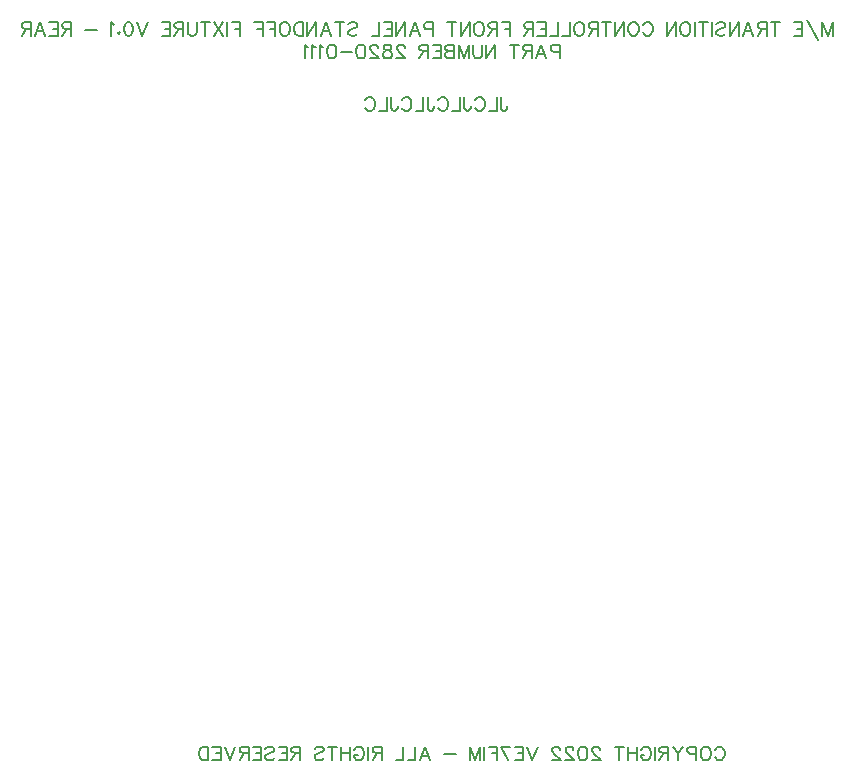
<source format=gbo>
G04 Layer: BottomSilkscreenLayer*
G04 EasyEDA v6.5.29, 2023-07-16 15:11:24*
G04 99f5339e4df7426c99419d12bbbac394,5a6b42c53f6a479593ecc07194224c93,10*
G04 Gerber Generator version 0.2*
G04 Scale: 100 percent, Rotated: No, Reflected: No *
G04 Dimensions in millimeters *
G04 leading zeros omitted , absolute positions ,4 integer and 5 decimal *
%FSLAX45Y45*%
%MOMM*%

%ADD10C,0.2032*%
%ADD11C,0.2030*%

%LPD*%
D10*
X7124700Y8579289D02*
G01*
X7124700Y8464745D01*
X7124700Y8579289D02*
G01*
X7075609Y8579289D01*
X7059246Y8573836D01*
X7053790Y8568382D01*
X7048337Y8557473D01*
X7048337Y8541108D01*
X7053790Y8530198D01*
X7059246Y8524745D01*
X7075609Y8519289D01*
X7124700Y8519289D01*
X6968700Y8579289D02*
G01*
X7012335Y8464745D01*
X6968700Y8579289D02*
G01*
X6925063Y8464745D01*
X6995972Y8502926D02*
G01*
X6941428Y8502926D01*
X6889064Y8579289D02*
G01*
X6889064Y8464745D01*
X6889064Y8579289D02*
G01*
X6839973Y8579289D01*
X6823610Y8573836D01*
X6818155Y8568382D01*
X6812701Y8557473D01*
X6812701Y8546564D01*
X6818155Y8535654D01*
X6823610Y8530198D01*
X6839973Y8524745D01*
X6889064Y8524745D01*
X6850882Y8524745D02*
G01*
X6812701Y8464745D01*
X6738518Y8579289D02*
G01*
X6738518Y8464745D01*
X6776699Y8579289D02*
G01*
X6700337Y8579289D01*
X6580337Y8579289D02*
G01*
X6580337Y8464745D01*
X6580337Y8579289D02*
G01*
X6503974Y8464745D01*
X6503974Y8579289D02*
G01*
X6503974Y8464745D01*
X6467972Y8579289D02*
G01*
X6467972Y8497473D01*
X6462519Y8481108D01*
X6451610Y8470198D01*
X6435247Y8464745D01*
X6424338Y8464745D01*
X6407972Y8470198D01*
X6397066Y8481108D01*
X6391610Y8497473D01*
X6391610Y8579289D01*
X6355610Y8579289D02*
G01*
X6355610Y8464745D01*
X6355610Y8579289D02*
G01*
X6311973Y8464745D01*
X6268338Y8579289D02*
G01*
X6311973Y8464745D01*
X6268338Y8579289D02*
G01*
X6268338Y8464745D01*
X6232337Y8579289D02*
G01*
X6232337Y8464745D01*
X6232337Y8579289D02*
G01*
X6183246Y8579289D01*
X6166883Y8573836D01*
X6161430Y8568382D01*
X6155974Y8557473D01*
X6155974Y8546564D01*
X6161430Y8535654D01*
X6166883Y8530198D01*
X6183246Y8524745D01*
X6232337Y8524745D02*
G01*
X6183246Y8524745D01*
X6166883Y8519289D01*
X6161430Y8513836D01*
X6155974Y8502926D01*
X6155974Y8486564D01*
X6161430Y8475654D01*
X6166883Y8470198D01*
X6183246Y8464745D01*
X6232337Y8464745D01*
X6119975Y8579289D02*
G01*
X6119975Y8464745D01*
X6119975Y8579289D02*
G01*
X6049065Y8579289D01*
X6119975Y8524745D02*
G01*
X6076337Y8524745D01*
X6119975Y8464745D02*
G01*
X6049065Y8464745D01*
X6013066Y8579289D02*
G01*
X6013066Y8464745D01*
X6013066Y8579289D02*
G01*
X5963975Y8579289D01*
X5947610Y8573836D01*
X5942157Y8568382D01*
X5936701Y8557473D01*
X5936701Y8546564D01*
X5942157Y8535654D01*
X5947610Y8530198D01*
X5963975Y8524745D01*
X6013066Y8524745D01*
X5974885Y8524745D02*
G01*
X5936701Y8464745D01*
X5811248Y8552017D02*
G01*
X5811248Y8557473D01*
X5805792Y8568382D01*
X5800338Y8573836D01*
X5789429Y8579289D01*
X5767611Y8579289D01*
X5756701Y8573836D01*
X5751248Y8568382D01*
X5745792Y8557473D01*
X5745792Y8546564D01*
X5751248Y8535654D01*
X5762157Y8519289D01*
X5816701Y8464745D01*
X5740339Y8464745D01*
X5677067Y8579289D02*
G01*
X5693430Y8573836D01*
X5698883Y8562926D01*
X5698883Y8552017D01*
X5693430Y8541108D01*
X5682521Y8535654D01*
X5660702Y8530198D01*
X5644339Y8524745D01*
X5633430Y8513836D01*
X5627974Y8502926D01*
X5627974Y8486564D01*
X5633430Y8475654D01*
X5638883Y8470198D01*
X5655249Y8464745D01*
X5677067Y8464745D01*
X5693430Y8470198D01*
X5698883Y8475654D01*
X5704339Y8486564D01*
X5704339Y8502926D01*
X5698883Y8513836D01*
X5687974Y8524745D01*
X5671611Y8530198D01*
X5649793Y8535654D01*
X5638883Y8541108D01*
X5633430Y8552017D01*
X5633430Y8562926D01*
X5638883Y8573836D01*
X5655249Y8579289D01*
X5677067Y8579289D01*
X5586521Y8552017D02*
G01*
X5586521Y8557473D01*
X5581065Y8568382D01*
X5575612Y8573836D01*
X5564703Y8579289D01*
X5542884Y8579289D01*
X5531975Y8573836D01*
X5526521Y8568382D01*
X5521065Y8557473D01*
X5521065Y8546564D01*
X5526521Y8535654D01*
X5537431Y8519289D01*
X5591975Y8464745D01*
X5515612Y8464745D01*
X5446885Y8579289D02*
G01*
X5463247Y8573836D01*
X5474157Y8557473D01*
X5479613Y8530198D01*
X5479613Y8513836D01*
X5474157Y8486564D01*
X5463247Y8470198D01*
X5446885Y8464745D01*
X5435975Y8464745D01*
X5419613Y8470198D01*
X5408703Y8486564D01*
X5403248Y8513836D01*
X5403248Y8530198D01*
X5408703Y8557473D01*
X5419613Y8573836D01*
X5435975Y8579289D01*
X5446885Y8579289D01*
X5367248Y8513836D02*
G01*
X5269067Y8513836D01*
X5200340Y8579289D02*
G01*
X5216702Y8573836D01*
X5227612Y8557473D01*
X5233068Y8530198D01*
X5233068Y8513836D01*
X5227612Y8486564D01*
X5216702Y8470198D01*
X5200340Y8464745D01*
X5189430Y8464745D01*
X5173068Y8470198D01*
X5162158Y8486564D01*
X5156702Y8513836D01*
X5156702Y8530198D01*
X5162158Y8557473D01*
X5173068Y8573836D01*
X5189430Y8579289D01*
X5200340Y8579289D01*
X5120703Y8557473D02*
G01*
X5109794Y8562926D01*
X5093431Y8579289D01*
X5093431Y8464745D01*
X5057432Y8557473D02*
G01*
X5046522Y8562926D01*
X5030157Y8579289D01*
X5030157Y8464745D01*
X4994158Y8557473D02*
G01*
X4983248Y8562926D01*
X4966886Y8579289D01*
X4966886Y8464745D01*
X6625590Y8134858D02*
G01*
X6625590Y8047481D01*
X6631177Y8031226D01*
X6636511Y8025637D01*
X6647434Y8020304D01*
X6658356Y8020304D01*
X6669277Y8025637D01*
X6674865Y8031226D01*
X6680200Y8047481D01*
X6680200Y8058404D01*
X6589775Y8134858D02*
G01*
X6589775Y8020304D01*
X6589775Y8020304D02*
G01*
X6524243Y8020304D01*
X6406388Y8107426D02*
G01*
X6411722Y8118347D01*
X6422643Y8129270D01*
X6433565Y8134858D01*
X6455409Y8134858D01*
X6466331Y8129270D01*
X6477254Y8118347D01*
X6482841Y8107426D01*
X6488175Y8091170D01*
X6488175Y8063992D01*
X6482841Y8047481D01*
X6477254Y8036560D01*
X6466331Y8025637D01*
X6455409Y8020304D01*
X6433565Y8020304D01*
X6422643Y8025637D01*
X6411722Y8036560D01*
X6406388Y8047481D01*
X6315963Y8134858D02*
G01*
X6315963Y8047481D01*
X6321297Y8031226D01*
X6326631Y8025637D01*
X6337554Y8020304D01*
X6348475Y8020304D01*
X6359397Y8025637D01*
X6364986Y8031226D01*
X6370320Y8047481D01*
X6370320Y8058404D01*
X6279895Y8134858D02*
G01*
X6279895Y8020304D01*
X6279895Y8020304D02*
G01*
X6214363Y8020304D01*
X6096508Y8107426D02*
G01*
X6102095Y8118347D01*
X6113018Y8129270D01*
X6123940Y8134858D01*
X6145529Y8134858D01*
X6156452Y8129270D01*
X6167374Y8118347D01*
X6172961Y8107426D01*
X6178295Y8091170D01*
X6178295Y8063992D01*
X6172961Y8047481D01*
X6167374Y8036560D01*
X6156452Y8025637D01*
X6145529Y8020304D01*
X6123940Y8020304D01*
X6113018Y8025637D01*
X6102095Y8036560D01*
X6096508Y8047481D01*
X6006084Y8134858D02*
G01*
X6006084Y8047481D01*
X6011418Y8031226D01*
X6017006Y8025637D01*
X6027927Y8020304D01*
X6038850Y8020304D01*
X6049772Y8025637D01*
X6055106Y8031226D01*
X6060440Y8047481D01*
X6060440Y8058404D01*
X5970015Y8134858D02*
G01*
X5970015Y8020304D01*
X5970015Y8020304D02*
G01*
X5904484Y8020304D01*
X5786627Y8107426D02*
G01*
X5792215Y8118347D01*
X5803138Y8129270D01*
X5814059Y8134858D01*
X5835904Y8134858D01*
X5846825Y8129270D01*
X5857747Y8118347D01*
X5863081Y8107426D01*
X5868670Y8091170D01*
X5868670Y8063992D01*
X5863081Y8047481D01*
X5857747Y8036560D01*
X5846825Y8025637D01*
X5835904Y8020304D01*
X5814059Y8020304D01*
X5803138Y8025637D01*
X5792215Y8036560D01*
X5786627Y8047481D01*
X5696204Y8134858D02*
G01*
X5696204Y8047481D01*
X5701538Y8031226D01*
X5707125Y8025637D01*
X5718047Y8020304D01*
X5728970Y8020304D01*
X5739891Y8025637D01*
X5745225Y8031226D01*
X5750813Y8047481D01*
X5750813Y8058404D01*
X5660136Y8134858D02*
G01*
X5660136Y8020304D01*
X5660136Y8020304D02*
G01*
X5594858Y8020304D01*
X5477002Y8107426D02*
G01*
X5482336Y8118347D01*
X5493258Y8129270D01*
X5504179Y8134858D01*
X5526024Y8134858D01*
X5536945Y8129270D01*
X5547868Y8118347D01*
X5553202Y8107426D01*
X5558790Y8091170D01*
X5558790Y8063992D01*
X5553202Y8047481D01*
X5547868Y8036560D01*
X5536945Y8025637D01*
X5526024Y8020304D01*
X5504179Y8020304D01*
X5493258Y8025637D01*
X5482336Y8036560D01*
X5477002Y8047481D01*
X9436100Y8769789D02*
G01*
X9436100Y8655245D01*
X9436100Y8769789D02*
G01*
X9392462Y8655245D01*
X9348828Y8769789D02*
G01*
X9392462Y8655245D01*
X9348828Y8769789D02*
G01*
X9348828Y8655245D01*
X9214645Y8791608D02*
G01*
X9312828Y8617064D01*
X9178645Y8769789D02*
G01*
X9178645Y8655245D01*
X9178645Y8769789D02*
G01*
X9107736Y8769789D01*
X9178645Y8715245D02*
G01*
X9135010Y8715245D01*
X9178645Y8655245D02*
G01*
X9107736Y8655245D01*
X8949555Y8769789D02*
G01*
X8949555Y8655245D01*
X8987736Y8769789D02*
G01*
X8911374Y8769789D01*
X8875374Y8769789D02*
G01*
X8875374Y8655245D01*
X8875374Y8769789D02*
G01*
X8826284Y8769789D01*
X8809918Y8764336D01*
X8804465Y8758882D01*
X8799009Y8747973D01*
X8799009Y8737064D01*
X8804465Y8726154D01*
X8809918Y8720698D01*
X8826284Y8715245D01*
X8875374Y8715245D01*
X8837190Y8715245D02*
G01*
X8799009Y8655245D01*
X8719372Y8769789D02*
G01*
X8763010Y8655245D01*
X8719372Y8769789D02*
G01*
X8675738Y8655245D01*
X8746647Y8693426D02*
G01*
X8692100Y8693426D01*
X8639738Y8769789D02*
G01*
X8639738Y8655245D01*
X8639738Y8769789D02*
G01*
X8563373Y8655245D01*
X8563373Y8769789D02*
G01*
X8563373Y8655245D01*
X8451011Y8753426D02*
G01*
X8461921Y8764336D01*
X8478283Y8769789D01*
X8500102Y8769789D01*
X8516465Y8764336D01*
X8527374Y8753426D01*
X8527374Y8742517D01*
X8521920Y8731608D01*
X8516465Y8726154D01*
X8505555Y8720698D01*
X8472830Y8709789D01*
X8461921Y8704336D01*
X8456465Y8698882D01*
X8451011Y8687973D01*
X8451011Y8671608D01*
X8461921Y8660698D01*
X8478283Y8655245D01*
X8500102Y8655245D01*
X8516465Y8660698D01*
X8527374Y8671608D01*
X8415012Y8769789D02*
G01*
X8415012Y8655245D01*
X8340829Y8769789D02*
G01*
X8340829Y8655245D01*
X8379010Y8769789D02*
G01*
X8302647Y8769789D01*
X8266648Y8769789D02*
G01*
X8266648Y8655245D01*
X8197921Y8769789D02*
G01*
X8208830Y8764336D01*
X8219739Y8753426D01*
X8225193Y8742517D01*
X8230649Y8726154D01*
X8230649Y8698882D01*
X8225193Y8682517D01*
X8219739Y8671608D01*
X8208830Y8660698D01*
X8197921Y8655245D01*
X8176102Y8655245D01*
X8165193Y8660698D01*
X8154283Y8671608D01*
X8148830Y8682517D01*
X8143374Y8698882D01*
X8143374Y8726154D01*
X8148830Y8742517D01*
X8154283Y8753426D01*
X8165193Y8764336D01*
X8176102Y8769789D01*
X8197921Y8769789D01*
X8107375Y8769789D02*
G01*
X8107375Y8655245D01*
X8107375Y8769789D02*
G01*
X8031012Y8655245D01*
X8031012Y8769789D02*
G01*
X8031012Y8655245D01*
X7829194Y8742517D02*
G01*
X7834647Y8753426D01*
X7845557Y8764336D01*
X7856466Y8769789D01*
X7878284Y8769789D01*
X7889194Y8764336D01*
X7900103Y8753426D01*
X7905556Y8742517D01*
X7911012Y8726154D01*
X7911012Y8698882D01*
X7905556Y8682517D01*
X7900103Y8671608D01*
X7889194Y8660698D01*
X7878284Y8655245D01*
X7856466Y8655245D01*
X7845557Y8660698D01*
X7834647Y8671608D01*
X7829194Y8682517D01*
X7760467Y8769789D02*
G01*
X7771376Y8764336D01*
X7782285Y8753426D01*
X7787739Y8742517D01*
X7793194Y8726154D01*
X7793194Y8698882D01*
X7787739Y8682517D01*
X7782285Y8671608D01*
X7771376Y8660698D01*
X7760467Y8655245D01*
X7738648Y8655245D01*
X7727739Y8660698D01*
X7716829Y8671608D01*
X7711376Y8682517D01*
X7705920Y8698882D01*
X7705920Y8726154D01*
X7711376Y8742517D01*
X7716829Y8753426D01*
X7727739Y8764336D01*
X7738648Y8769789D01*
X7760467Y8769789D01*
X7669921Y8769789D02*
G01*
X7669921Y8655245D01*
X7669921Y8769789D02*
G01*
X7593558Y8655245D01*
X7593558Y8769789D02*
G01*
X7593558Y8655245D01*
X7519375Y8769789D02*
G01*
X7519375Y8655245D01*
X7557559Y8769789D02*
G01*
X7481194Y8769789D01*
X7445194Y8769789D02*
G01*
X7445194Y8655245D01*
X7445194Y8769789D02*
G01*
X7396104Y8769789D01*
X7379741Y8764336D01*
X7374285Y8758882D01*
X7368832Y8747973D01*
X7368832Y8737064D01*
X7374285Y8726154D01*
X7379741Y8720698D01*
X7396104Y8715245D01*
X7445194Y8715245D01*
X7407013Y8715245D02*
G01*
X7368832Y8655245D01*
X7300104Y8769789D02*
G01*
X7311014Y8764336D01*
X7321923Y8753426D01*
X7327376Y8742517D01*
X7332832Y8726154D01*
X7332832Y8698882D01*
X7327376Y8682517D01*
X7321923Y8671608D01*
X7311014Y8660698D01*
X7300104Y8655245D01*
X7278286Y8655245D01*
X7267376Y8660698D01*
X7256467Y8671608D01*
X7251014Y8682517D01*
X7245558Y8698882D01*
X7245558Y8726154D01*
X7251014Y8742517D01*
X7256467Y8753426D01*
X7267376Y8764336D01*
X7278286Y8769789D01*
X7300104Y8769789D01*
X7209558Y8769789D02*
G01*
X7209558Y8655245D01*
X7209558Y8655245D02*
G01*
X7144105Y8655245D01*
X7108103Y8769789D02*
G01*
X7108103Y8655245D01*
X7108103Y8655245D02*
G01*
X7042650Y8655245D01*
X7006650Y8769789D02*
G01*
X7006650Y8655245D01*
X7006650Y8769789D02*
G01*
X6935741Y8769789D01*
X7006650Y8715245D02*
G01*
X6963013Y8715245D01*
X7006650Y8655245D02*
G01*
X6935741Y8655245D01*
X6899742Y8769789D02*
G01*
X6899742Y8655245D01*
X6899742Y8769789D02*
G01*
X6850651Y8769789D01*
X6834286Y8764336D01*
X6828833Y8758882D01*
X6823377Y8747973D01*
X6823377Y8737064D01*
X6828833Y8726154D01*
X6834286Y8720698D01*
X6850651Y8715245D01*
X6899742Y8715245D01*
X6861558Y8715245D02*
G01*
X6823377Y8655245D01*
X6703377Y8769789D02*
G01*
X6703377Y8655245D01*
X6703377Y8769789D02*
G01*
X6632468Y8769789D01*
X6703377Y8715245D02*
G01*
X6659742Y8715245D01*
X6596468Y8769789D02*
G01*
X6596468Y8655245D01*
X6596468Y8769789D02*
G01*
X6547378Y8769789D01*
X6531015Y8764336D01*
X6525559Y8758882D01*
X6520106Y8747973D01*
X6520106Y8737064D01*
X6525559Y8726154D01*
X6531015Y8720698D01*
X6547378Y8715245D01*
X6596468Y8715245D01*
X6558287Y8715245D02*
G01*
X6520106Y8655245D01*
X6451379Y8769789D02*
G01*
X6462288Y8764336D01*
X6473197Y8753426D01*
X6478650Y8742517D01*
X6484106Y8726154D01*
X6484106Y8698882D01*
X6478650Y8682517D01*
X6473197Y8671608D01*
X6462288Y8660698D01*
X6451379Y8655245D01*
X6429560Y8655245D01*
X6418651Y8660698D01*
X6407741Y8671608D01*
X6402288Y8682517D01*
X6396832Y8698882D01*
X6396832Y8726154D01*
X6402288Y8742517D01*
X6407741Y8753426D01*
X6418651Y8764336D01*
X6429560Y8769789D01*
X6451379Y8769789D01*
X6360833Y8769789D02*
G01*
X6360833Y8655245D01*
X6360833Y8769789D02*
G01*
X6284470Y8655245D01*
X6284470Y8769789D02*
G01*
X6284470Y8655245D01*
X6210287Y8769789D02*
G01*
X6210287Y8655245D01*
X6248471Y8769789D02*
G01*
X6172106Y8769789D01*
X6052106Y8769789D02*
G01*
X6052106Y8655245D01*
X6052106Y8769789D02*
G01*
X6003015Y8769789D01*
X5986652Y8764336D01*
X5981197Y8758882D01*
X5975743Y8747973D01*
X5975743Y8731608D01*
X5981197Y8720698D01*
X5986652Y8715245D01*
X6003015Y8709789D01*
X6052106Y8709789D01*
X5896107Y8769789D02*
G01*
X5939744Y8655245D01*
X5896107Y8769789D02*
G01*
X5852469Y8655245D01*
X5923379Y8693426D02*
G01*
X5868835Y8693426D01*
X5816470Y8769789D02*
G01*
X5816470Y8655245D01*
X5816470Y8769789D02*
G01*
X5740107Y8655245D01*
X5740107Y8769789D02*
G01*
X5740107Y8655245D01*
X5704108Y8769789D02*
G01*
X5704108Y8655245D01*
X5704108Y8769789D02*
G01*
X5633199Y8769789D01*
X5704108Y8715245D02*
G01*
X5660471Y8715245D01*
X5704108Y8655245D02*
G01*
X5633199Y8655245D01*
X5597197Y8769789D02*
G01*
X5597197Y8655245D01*
X5597197Y8655245D02*
G01*
X5531744Y8655245D01*
X5335381Y8753426D02*
G01*
X5346291Y8764336D01*
X5362653Y8769789D01*
X5384472Y8769789D01*
X5400835Y8764336D01*
X5411744Y8753426D01*
X5411744Y8742517D01*
X5406290Y8731608D01*
X5400835Y8726154D01*
X5389925Y8720698D01*
X5357197Y8709789D01*
X5346291Y8704336D01*
X5340835Y8698882D01*
X5335381Y8687973D01*
X5335381Y8671608D01*
X5346291Y8660698D01*
X5362653Y8655245D01*
X5384472Y8655245D01*
X5400835Y8660698D01*
X5411744Y8671608D01*
X5261198Y8769789D02*
G01*
X5261198Y8655245D01*
X5299379Y8769789D02*
G01*
X5223017Y8769789D01*
X5143380Y8769789D02*
G01*
X5187017Y8655245D01*
X5143380Y8769789D02*
G01*
X5099745Y8655245D01*
X5170655Y8693426D02*
G01*
X5116108Y8693426D01*
X5063743Y8769789D02*
G01*
X5063743Y8655245D01*
X5063743Y8769789D02*
G01*
X4987381Y8655245D01*
X4987381Y8769789D02*
G01*
X4987381Y8655245D01*
X4951382Y8769789D02*
G01*
X4951382Y8655245D01*
X4951382Y8769789D02*
G01*
X4913200Y8769789D01*
X4896835Y8764336D01*
X4885926Y8753426D01*
X4880472Y8742517D01*
X4875019Y8726154D01*
X4875019Y8698882D01*
X4880472Y8682517D01*
X4885926Y8671608D01*
X4896835Y8660698D01*
X4913200Y8655245D01*
X4951382Y8655245D01*
X4806292Y8769789D02*
G01*
X4817198Y8764336D01*
X4828108Y8753426D01*
X4833564Y8742517D01*
X4839017Y8726154D01*
X4839017Y8698882D01*
X4833564Y8682517D01*
X4828108Y8671608D01*
X4817198Y8660698D01*
X4806292Y8655245D01*
X4784473Y8655245D01*
X4773564Y8660698D01*
X4762654Y8671608D01*
X4757199Y8682517D01*
X4751745Y8698882D01*
X4751745Y8726154D01*
X4757199Y8742517D01*
X4762654Y8753426D01*
X4773564Y8764336D01*
X4784473Y8769789D01*
X4806292Y8769789D01*
X4715746Y8769789D02*
G01*
X4715746Y8655245D01*
X4715746Y8769789D02*
G01*
X4644837Y8769789D01*
X4715746Y8715245D02*
G01*
X4672109Y8715245D01*
X4608837Y8769789D02*
G01*
X4608837Y8655245D01*
X4608837Y8769789D02*
G01*
X4537928Y8769789D01*
X4608837Y8715245D02*
G01*
X4565200Y8715245D01*
X4417928Y8769789D02*
G01*
X4417928Y8655245D01*
X4417928Y8769789D02*
G01*
X4347019Y8769789D01*
X4417928Y8715245D02*
G01*
X4374291Y8715245D01*
X4311020Y8769789D02*
G01*
X4311020Y8655245D01*
X4275020Y8769789D02*
G01*
X4198655Y8655245D01*
X4198655Y8769789D02*
G01*
X4275020Y8655245D01*
X4124474Y8769789D02*
G01*
X4124474Y8655245D01*
X4162656Y8769789D02*
G01*
X4086293Y8769789D01*
X4050291Y8769789D02*
G01*
X4050291Y8687973D01*
X4044838Y8671608D01*
X4033928Y8660698D01*
X4017566Y8655245D01*
X4006656Y8655245D01*
X3990291Y8660698D01*
X3979382Y8671608D01*
X3973929Y8687973D01*
X3973929Y8769789D01*
X3937929Y8769789D02*
G01*
X3937929Y8655245D01*
X3937929Y8769789D02*
G01*
X3888839Y8769789D01*
X3872473Y8764336D01*
X3867020Y8758882D01*
X3861564Y8747973D01*
X3861564Y8737064D01*
X3867020Y8726154D01*
X3872473Y8720698D01*
X3888839Y8715245D01*
X3937929Y8715245D01*
X3899748Y8715245D02*
G01*
X3861564Y8655245D01*
X3825565Y8769789D02*
G01*
X3825565Y8655245D01*
X3825565Y8769789D02*
G01*
X3754655Y8769789D01*
X3825565Y8715245D02*
G01*
X3781930Y8715245D01*
X3825565Y8655245D02*
G01*
X3754655Y8655245D01*
X3634656Y8769789D02*
G01*
X3591021Y8655245D01*
X3547384Y8769789D02*
G01*
X3591021Y8655245D01*
X3478656Y8769789D02*
G01*
X3495022Y8764336D01*
X3505928Y8747973D01*
X3511384Y8720698D01*
X3511384Y8704336D01*
X3505928Y8677064D01*
X3495022Y8660698D01*
X3478656Y8655245D01*
X3467747Y8655245D01*
X3451385Y8660698D01*
X3440475Y8677064D01*
X3435022Y8704336D01*
X3435022Y8720698D01*
X3440475Y8747973D01*
X3451385Y8764336D01*
X3467747Y8769789D01*
X3478656Y8769789D01*
X3393566Y8682517D02*
G01*
X3399020Y8677064D01*
X3393566Y8671608D01*
X3388111Y8677064D01*
X3393566Y8682517D01*
X3352111Y8747973D02*
G01*
X3341202Y8753426D01*
X3324839Y8769789D01*
X3324839Y8655245D01*
X3204839Y8704336D02*
G01*
X3106658Y8704336D01*
X2986659Y8769789D02*
G01*
X2986659Y8655245D01*
X2986659Y8769789D02*
G01*
X2937568Y8769789D01*
X2921203Y8764336D01*
X2915749Y8758882D01*
X2910293Y8747973D01*
X2910293Y8737064D01*
X2915749Y8726154D01*
X2921203Y8720698D01*
X2937568Y8715245D01*
X2986659Y8715245D01*
X2948477Y8715245D02*
G01*
X2910293Y8655245D01*
X2874294Y8769789D02*
G01*
X2874294Y8655245D01*
X2874294Y8769789D02*
G01*
X2803385Y8769789D01*
X2874294Y8715245D02*
G01*
X2830659Y8715245D01*
X2874294Y8655245D02*
G01*
X2803385Y8655245D01*
X2723748Y8769789D02*
G01*
X2767385Y8655245D01*
X2723748Y8769789D02*
G01*
X2680114Y8655245D01*
X2751023Y8693426D02*
G01*
X2696476Y8693426D01*
X2644114Y8769789D02*
G01*
X2644114Y8655245D01*
X2644114Y8769789D02*
G01*
X2595024Y8769789D01*
X2578658Y8764336D01*
X2573205Y8758882D01*
X2567749Y8747973D01*
X2567749Y8737064D01*
X2573205Y8726154D01*
X2578658Y8720698D01*
X2595024Y8715245D01*
X2644114Y8715245D01*
X2605930Y8715245D02*
G01*
X2567749Y8655245D01*
D11*
X8439881Y2608417D02*
G01*
X8445337Y2619326D01*
X8456246Y2630236D01*
X8467153Y2635689D01*
X8488972Y2635689D01*
X8499881Y2630236D01*
X8510790Y2619326D01*
X8516246Y2608417D01*
X8521700Y2592054D01*
X8521700Y2564782D01*
X8516246Y2548417D01*
X8510790Y2537508D01*
X8499881Y2526598D01*
X8488972Y2521145D01*
X8467153Y2521145D01*
X8456246Y2526598D01*
X8445337Y2537508D01*
X8439881Y2548417D01*
X8371154Y2635689D02*
G01*
X8382063Y2630236D01*
X8392972Y2619326D01*
X8398428Y2608417D01*
X8403882Y2592054D01*
X8403882Y2564782D01*
X8398428Y2548417D01*
X8392972Y2537508D01*
X8382063Y2526598D01*
X8371154Y2521145D01*
X8349335Y2521145D01*
X8338428Y2526598D01*
X8327519Y2537508D01*
X8322063Y2548417D01*
X8316610Y2564782D01*
X8316610Y2592054D01*
X8322063Y2608417D01*
X8327519Y2619326D01*
X8338428Y2630236D01*
X8349335Y2635689D01*
X8371154Y2635689D01*
X8280610Y2635689D02*
G01*
X8280610Y2521145D01*
X8280610Y2635689D02*
G01*
X8231517Y2635689D01*
X8215155Y2630236D01*
X8209701Y2624782D01*
X8204245Y2613873D01*
X8204245Y2597508D01*
X8209701Y2586598D01*
X8215155Y2581145D01*
X8231517Y2575689D01*
X8280610Y2575689D01*
X8168246Y2635689D02*
G01*
X8124609Y2581145D01*
X8124609Y2521145D01*
X8080974Y2635689D02*
G01*
X8124609Y2581145D01*
X8044972Y2635689D02*
G01*
X8044972Y2521145D01*
X8044972Y2635689D02*
G01*
X7995881Y2635689D01*
X7979519Y2630236D01*
X7974065Y2624782D01*
X7968609Y2613873D01*
X7968609Y2602964D01*
X7974065Y2592054D01*
X7979519Y2586598D01*
X7995881Y2581145D01*
X8044972Y2581145D01*
X8006791Y2581145D02*
G01*
X7968609Y2521145D01*
X7932610Y2635689D02*
G01*
X7932610Y2521145D01*
X7814792Y2608417D02*
G01*
X7820245Y2619326D01*
X7831155Y2630236D01*
X7842064Y2635689D01*
X7863883Y2635689D01*
X7874792Y2630236D01*
X7885701Y2619326D01*
X7891155Y2608417D01*
X7896611Y2592054D01*
X7896611Y2564782D01*
X7891155Y2548417D01*
X7885701Y2537508D01*
X7874792Y2526598D01*
X7863883Y2521145D01*
X7842064Y2521145D01*
X7831155Y2526598D01*
X7820245Y2537508D01*
X7814792Y2548417D01*
X7814792Y2564782D01*
X7842064Y2564782D02*
G01*
X7814792Y2564782D01*
X7778793Y2635689D02*
G01*
X7778793Y2521145D01*
X7702428Y2635689D02*
G01*
X7702428Y2521145D01*
X7778793Y2581145D02*
G01*
X7702428Y2581145D01*
X7628247Y2635689D02*
G01*
X7628247Y2521145D01*
X7666428Y2635689D02*
G01*
X7590066Y2635689D01*
X7464610Y2608417D02*
G01*
X7464610Y2613873D01*
X7459157Y2624782D01*
X7453701Y2630236D01*
X7442791Y2635689D01*
X7420975Y2635689D01*
X7410066Y2630236D01*
X7404610Y2624782D01*
X7399157Y2613873D01*
X7399157Y2602964D01*
X7404610Y2592054D01*
X7415519Y2575689D01*
X7470066Y2521145D01*
X7393701Y2521145D01*
X7324973Y2635689D02*
G01*
X7341339Y2630236D01*
X7352248Y2613873D01*
X7357701Y2586598D01*
X7357701Y2570236D01*
X7352248Y2542964D01*
X7341339Y2526598D01*
X7324973Y2521145D01*
X7314067Y2521145D01*
X7297701Y2526598D01*
X7286792Y2542964D01*
X7281339Y2570236D01*
X7281339Y2586598D01*
X7286792Y2613873D01*
X7297701Y2630236D01*
X7314067Y2635689D01*
X7324973Y2635689D01*
X7239883Y2608417D02*
G01*
X7239883Y2613873D01*
X7234430Y2624782D01*
X7228974Y2630236D01*
X7218065Y2635689D01*
X7196249Y2635689D01*
X7185339Y2630236D01*
X7179884Y2624782D01*
X7174430Y2613873D01*
X7174430Y2602964D01*
X7179884Y2592054D01*
X7190793Y2575689D01*
X7245339Y2521145D01*
X7168974Y2521145D01*
X7127521Y2608417D02*
G01*
X7127521Y2613873D01*
X7122066Y2624782D01*
X7116612Y2630236D01*
X7105703Y2635689D01*
X7083884Y2635689D01*
X7072975Y2630236D01*
X7067522Y2624782D01*
X7062066Y2613873D01*
X7062066Y2602964D01*
X7067522Y2592054D01*
X7078431Y2575689D01*
X7132975Y2521145D01*
X7056612Y2521145D01*
X6936613Y2635689D02*
G01*
X6892975Y2521145D01*
X6849338Y2635689D02*
G01*
X6892975Y2521145D01*
X6813339Y2635689D02*
G01*
X6813339Y2521145D01*
X6813339Y2635689D02*
G01*
X6742429Y2635689D01*
X6813339Y2581145D02*
G01*
X6769704Y2581145D01*
X6813339Y2521145D02*
G01*
X6742429Y2521145D01*
X6630068Y2635689D02*
G01*
X6684611Y2521145D01*
X6706430Y2635689D02*
G01*
X6630068Y2635689D01*
X6594068Y2635689D02*
G01*
X6594068Y2521145D01*
X6594068Y2635689D02*
G01*
X6523159Y2635689D01*
X6594068Y2581145D02*
G01*
X6550431Y2581145D01*
X6487157Y2635689D02*
G01*
X6487157Y2521145D01*
X6451158Y2635689D02*
G01*
X6451158Y2521145D01*
X6451158Y2635689D02*
G01*
X6407523Y2521145D01*
X6363886Y2635689D02*
G01*
X6407523Y2521145D01*
X6363886Y2635689D02*
G01*
X6363886Y2521145D01*
X6243886Y2570236D02*
G01*
X6145705Y2570236D01*
X5982068Y2635689D02*
G01*
X6025705Y2521145D01*
X5982068Y2635689D02*
G01*
X5938433Y2521145D01*
X6009340Y2559326D02*
G01*
X5954796Y2559326D01*
X5902431Y2635689D02*
G01*
X5902431Y2521145D01*
X5902431Y2521145D02*
G01*
X5836978Y2521145D01*
X5800979Y2635689D02*
G01*
X5800979Y2521145D01*
X5800979Y2521145D02*
G01*
X5735523Y2521145D01*
X5615523Y2635689D02*
G01*
X5615523Y2521145D01*
X5615523Y2635689D02*
G01*
X5566432Y2635689D01*
X5550070Y2630236D01*
X5544614Y2624782D01*
X5539160Y2613873D01*
X5539160Y2602964D01*
X5544614Y2592054D01*
X5550070Y2586598D01*
X5566432Y2581145D01*
X5615523Y2581145D01*
X5577342Y2581145D02*
G01*
X5539160Y2521145D01*
X5503161Y2635689D02*
G01*
X5503161Y2521145D01*
X5385343Y2608417D02*
G01*
X5390796Y2619326D01*
X5401706Y2630236D01*
X5412615Y2635689D01*
X5434434Y2635689D01*
X5445343Y2630236D01*
X5456252Y2619326D01*
X5461706Y2608417D01*
X5467159Y2592054D01*
X5467159Y2564782D01*
X5461706Y2548417D01*
X5456252Y2537508D01*
X5445343Y2526598D01*
X5434434Y2521145D01*
X5412615Y2521145D01*
X5401706Y2526598D01*
X5390796Y2537508D01*
X5385343Y2548417D01*
X5385343Y2564782D01*
X5412615Y2564782D02*
G01*
X5385343Y2564782D01*
X5349341Y2635689D02*
G01*
X5349341Y2521145D01*
X5272979Y2635689D02*
G01*
X5272979Y2521145D01*
X5349341Y2581145D02*
G01*
X5272979Y2581145D01*
X5198798Y2635689D02*
G01*
X5198798Y2521145D01*
X5236979Y2635689D02*
G01*
X5160617Y2635689D01*
X5048252Y2619326D02*
G01*
X5059161Y2630236D01*
X5075524Y2635689D01*
X5097343Y2635689D01*
X5113705Y2630236D01*
X5124615Y2619326D01*
X5124615Y2608417D01*
X5119161Y2597508D01*
X5113705Y2592054D01*
X5102796Y2586598D01*
X5070071Y2575689D01*
X5059161Y2570236D01*
X5053705Y2564782D01*
X5048252Y2553873D01*
X5048252Y2537508D01*
X5059161Y2526598D01*
X5075524Y2521145D01*
X5097343Y2521145D01*
X5113705Y2526598D01*
X5124615Y2537508D01*
X4928252Y2635689D02*
G01*
X4928252Y2521145D01*
X4928252Y2635689D02*
G01*
X4879162Y2635689D01*
X4862796Y2630236D01*
X4857343Y2624782D01*
X4851890Y2613873D01*
X4851890Y2602964D01*
X4857343Y2592054D01*
X4862796Y2586598D01*
X4879162Y2581145D01*
X4928252Y2581145D01*
X4890071Y2581145D02*
G01*
X4851890Y2521145D01*
X4815888Y2635689D02*
G01*
X4815888Y2521145D01*
X4815888Y2635689D02*
G01*
X4744979Y2635689D01*
X4815888Y2581145D02*
G01*
X4772253Y2581145D01*
X4815888Y2521145D02*
G01*
X4744979Y2521145D01*
X4632617Y2619326D02*
G01*
X4643526Y2630236D01*
X4659889Y2635689D01*
X4681707Y2635689D01*
X4698070Y2630236D01*
X4708979Y2619326D01*
X4708979Y2608417D01*
X4703526Y2597508D01*
X4698070Y2592054D01*
X4687161Y2586598D01*
X4654435Y2575689D01*
X4643526Y2570236D01*
X4638070Y2564782D01*
X4632617Y2553873D01*
X4632617Y2537508D01*
X4643526Y2526598D01*
X4659889Y2521145D01*
X4681707Y2521145D01*
X4698070Y2526598D01*
X4708979Y2537508D01*
X4596617Y2635689D02*
G01*
X4596617Y2521145D01*
X4596617Y2635689D02*
G01*
X4525708Y2635689D01*
X4596617Y2581145D02*
G01*
X4552980Y2581145D01*
X4596617Y2521145D02*
G01*
X4525708Y2521145D01*
X4489709Y2635689D02*
G01*
X4489709Y2521145D01*
X4489709Y2635689D02*
G01*
X4440618Y2635689D01*
X4424253Y2630236D01*
X4418799Y2624782D01*
X4413343Y2613873D01*
X4413343Y2602964D01*
X4418799Y2592054D01*
X4424253Y2586598D01*
X4440618Y2581145D01*
X4489709Y2581145D01*
X4451525Y2581145D02*
G01*
X4413343Y2521145D01*
X4377344Y2635689D02*
G01*
X4333707Y2521145D01*
X4290072Y2635689D02*
G01*
X4333707Y2521145D01*
X4254073Y2635689D02*
G01*
X4254073Y2521145D01*
X4254073Y2635689D02*
G01*
X4183164Y2635689D01*
X4254073Y2581145D02*
G01*
X4210436Y2581145D01*
X4254073Y2521145D02*
G01*
X4183164Y2521145D01*
X4147162Y2635689D02*
G01*
X4147162Y2521145D01*
X4147162Y2635689D02*
G01*
X4108980Y2635689D01*
X4092618Y2630236D01*
X4081708Y2619326D01*
X4076255Y2608417D01*
X4070799Y2592054D01*
X4070799Y2564782D01*
X4076255Y2548417D01*
X4081708Y2537508D01*
X4092618Y2526598D01*
X4108980Y2521145D01*
X4147162Y2521145D01*
M02*

</source>
